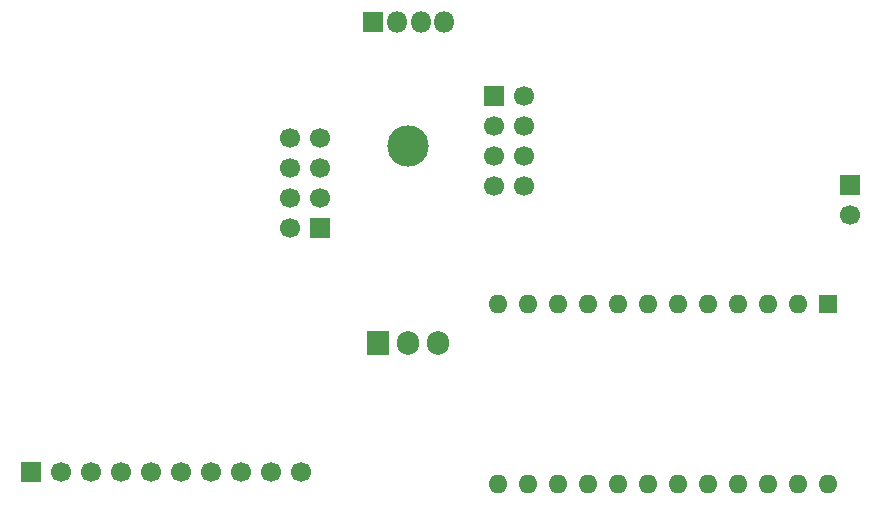
<source format=gbr>
%TF.GenerationSoftware,KiCad,Pcbnew,9.0.2*%
%TF.CreationDate,2025-07-30T22:52:36+05:30*%
%TF.ProjectId,VoidLens VR PCB,566f6964-4c65-46e7-9320-565220504342,rev?*%
%TF.SameCoordinates,Original*%
%TF.FileFunction,Soldermask,Bot*%
%TF.FilePolarity,Negative*%
%FSLAX46Y46*%
G04 Gerber Fmt 4.6, Leading zero omitted, Abs format (unit mm)*
G04 Created by KiCad (PCBNEW 9.0.2) date 2025-07-30 22:52:36*
%MOMM*%
%LPD*%
G01*
G04 APERTURE LIST*
%ADD10R,1.700000X1.700000*%
%ADD11C,1.700000*%
%ADD12R,1.800000X1.800000*%
%ADD13O,1.800000X1.800000*%
%ADD14C,3.500000*%
%ADD15R,1.905000X2.000000*%
%ADD16O,1.905000X2.000000*%
%ADD17R,1.600000X1.600000*%
%ADD18O,1.600000X1.600000*%
G04 APERTURE END LIST*
D10*
%TO.C,U1*%
X152310500Y-85975000D03*
D11*
X154850500Y-85975000D03*
X152310500Y-88515000D03*
X154850500Y-88515000D03*
X152310500Y-91055000D03*
X154850500Y-91055000D03*
X152310500Y-93595000D03*
X154850500Y-93595000D03*
%TD*%
D10*
%TO.C,U3*%
X113100000Y-117800000D03*
D11*
X115640000Y-117800000D03*
X118180000Y-117800000D03*
X120720000Y-117800000D03*
X123260000Y-117800000D03*
X125800000Y-117800000D03*
X128340000Y-117800000D03*
X130880000Y-117800000D03*
X133420000Y-117800000D03*
X135960000Y-117800000D03*
%TD*%
D10*
%TO.C,J1*%
X182400000Y-93500000D03*
D11*
X182400000Y-96040000D03*
%TD*%
D10*
%TO.C,U4*%
X137540000Y-97120000D03*
D11*
X135000000Y-97120000D03*
X137540000Y-94580000D03*
X135000000Y-94580000D03*
X137540000Y-92040000D03*
X135000000Y-92040000D03*
X137540000Y-89500000D03*
X135000000Y-89500000D03*
%TD*%
D12*
%TO.C,D1*%
X142095000Y-79700000D03*
D13*
X144095000Y-79700000D03*
X146095000Y-79700000D03*
X148095000Y-79700000D03*
%TD*%
D14*
%TO.C,IC1*%
X145000000Y-90170000D03*
D15*
X142460000Y-106830000D03*
D16*
X145000000Y-106830000D03*
X147540000Y-106830000D03*
%TD*%
D17*
%TO.C,U2*%
X180580000Y-103600000D03*
D18*
X178040000Y-103600000D03*
X175500000Y-103600000D03*
X172960000Y-103600000D03*
X170420000Y-103600000D03*
X167880000Y-103600000D03*
X165340000Y-103600000D03*
X162800000Y-103600000D03*
X160260000Y-103600000D03*
X157720000Y-103600000D03*
X155180000Y-103600000D03*
X152640000Y-103600000D03*
X152640000Y-118840000D03*
X155180000Y-118840000D03*
X157720000Y-118840000D03*
X160260000Y-118840000D03*
X162800000Y-118840000D03*
X165340000Y-118840000D03*
X167880000Y-118840000D03*
X170420000Y-118840000D03*
X172960000Y-118840000D03*
X175500000Y-118840000D03*
X178040000Y-118840000D03*
X180580000Y-118840000D03*
%TD*%
M02*

</source>
